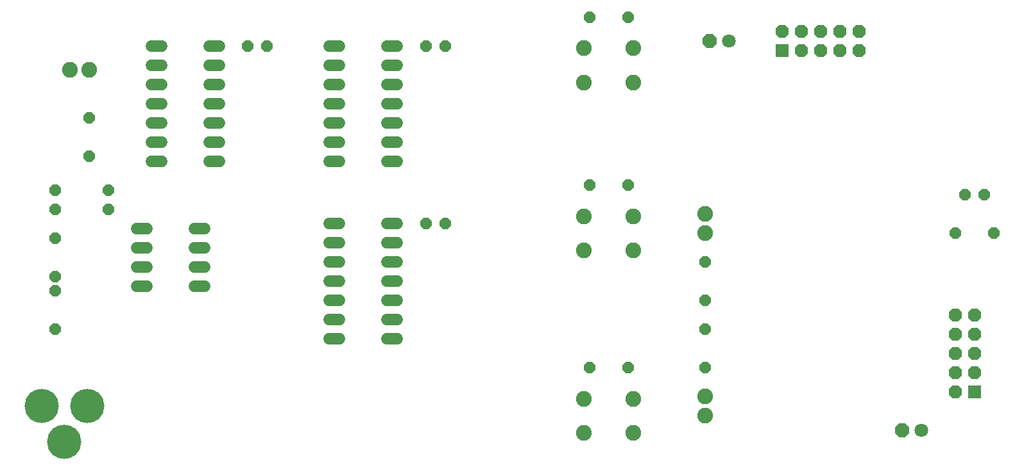
<source format=gbs>
G75*
%MOIN*%
%OFA0B0*%
%FSLAX24Y24*%
%IPPOS*%
%LPD*%
%AMOC8*
5,1,8,0,0,1.08239X$1,22.5*
%
%ADD10R,0.0680X0.0680*%
%ADD11OC8,0.0680*%
%ADD12C,0.0600*%
%ADD13C,0.0820*%
%ADD14OC8,0.0600*%
%ADD15OC8,0.0710*%
%ADD16C,0.0710*%
%ADD17C,0.1780*%
D10*
X042000Y022350D03*
X052000Y004600D03*
D11*
X051000Y004600D03*
X051000Y005600D03*
X052000Y005600D03*
X052000Y006600D03*
X051000Y006600D03*
X051000Y007600D03*
X052000Y007600D03*
X052000Y008600D03*
X051000Y008600D03*
X046000Y022350D03*
X045000Y022350D03*
X044000Y022350D03*
X043000Y022350D03*
X043000Y023350D03*
X042000Y023350D03*
X044000Y023350D03*
X045000Y023350D03*
X046000Y023350D03*
D12*
X022010Y022600D02*
X021490Y022600D01*
X021490Y021600D02*
X022010Y021600D01*
X022010Y020600D02*
X021490Y020600D01*
X021490Y019600D02*
X022010Y019600D01*
X022010Y018600D02*
X021490Y018600D01*
X021490Y017600D02*
X022010Y017600D01*
X022010Y016600D02*
X021490Y016600D01*
X019010Y016600D02*
X018490Y016600D01*
X018490Y017600D02*
X019010Y017600D01*
X019010Y018600D02*
X018490Y018600D01*
X018490Y019600D02*
X019010Y019600D01*
X019010Y020600D02*
X018490Y020600D01*
X018490Y021600D02*
X019010Y021600D01*
X019010Y022600D02*
X018490Y022600D01*
X012760Y022600D02*
X012240Y022600D01*
X012240Y021600D02*
X012760Y021600D01*
X012760Y020600D02*
X012240Y020600D01*
X012240Y019600D02*
X012760Y019600D01*
X012760Y018600D02*
X012240Y018600D01*
X012240Y017600D02*
X012760Y017600D01*
X012760Y016600D02*
X012240Y016600D01*
X009760Y016600D02*
X009240Y016600D01*
X009240Y017600D02*
X009760Y017600D01*
X009760Y018600D02*
X009240Y018600D01*
X009240Y019600D02*
X009760Y019600D01*
X009760Y020600D02*
X009240Y020600D01*
X009240Y021600D02*
X009760Y021600D01*
X009760Y022600D02*
X009240Y022600D01*
X018490Y013350D02*
X019010Y013350D01*
X019010Y012350D02*
X018490Y012350D01*
X018490Y011350D02*
X019010Y011350D01*
X019010Y010350D02*
X018490Y010350D01*
X018490Y009350D02*
X019010Y009350D01*
X019010Y008350D02*
X018490Y008350D01*
X018490Y007350D02*
X019010Y007350D01*
X021490Y007350D02*
X022010Y007350D01*
X022010Y008350D02*
X021490Y008350D01*
X021490Y009350D02*
X022010Y009350D01*
X022010Y010350D02*
X021490Y010350D01*
X021490Y011350D02*
X022010Y011350D01*
X022010Y012350D02*
X021490Y012350D01*
X021490Y013350D02*
X022010Y013350D01*
X012010Y013100D02*
X011490Y013100D01*
X011490Y012100D02*
X012010Y012100D01*
X012010Y011100D02*
X011490Y011100D01*
X011490Y010100D02*
X012010Y010100D01*
X009010Y010100D02*
X008490Y010100D01*
X008490Y011100D02*
X009010Y011100D01*
X009010Y012100D02*
X008490Y012100D01*
X008490Y013100D02*
X009010Y013100D01*
D13*
X006000Y021350D03*
X005000Y021350D03*
X031720Y020710D03*
X034280Y020710D03*
X034280Y022490D03*
X031720Y022490D03*
X038000Y013850D03*
X038000Y012850D03*
X034280Y011960D03*
X031720Y011960D03*
X031720Y013740D03*
X034280Y013740D03*
X038000Y004350D03*
X038000Y003350D03*
X034280Y002460D03*
X031720Y002460D03*
X031720Y004240D03*
X034280Y004240D03*
D14*
X034000Y005850D03*
X032000Y005850D03*
X038000Y005850D03*
X038000Y007850D03*
X038000Y009350D03*
X038000Y011350D03*
X034000Y015350D03*
X032000Y015350D03*
X024500Y013350D03*
X023500Y013350D03*
X007000Y014100D03*
X007000Y015100D03*
X004250Y015100D03*
X004250Y014100D03*
X004250Y012600D03*
X004250Y010600D03*
X004250Y009850D03*
X004250Y007850D03*
X006000Y016850D03*
X006000Y018850D03*
X014250Y022600D03*
X015250Y022600D03*
X023500Y022600D03*
X024500Y022600D03*
X032000Y024100D03*
X034000Y024100D03*
X051500Y014850D03*
X052500Y014850D03*
X053000Y012850D03*
X051000Y012850D03*
D15*
X038250Y022850D03*
X048250Y002600D03*
D16*
X049250Y002600D03*
X039250Y022850D03*
D17*
X004713Y002000D03*
X005894Y003850D03*
X003531Y003850D03*
M02*

</source>
